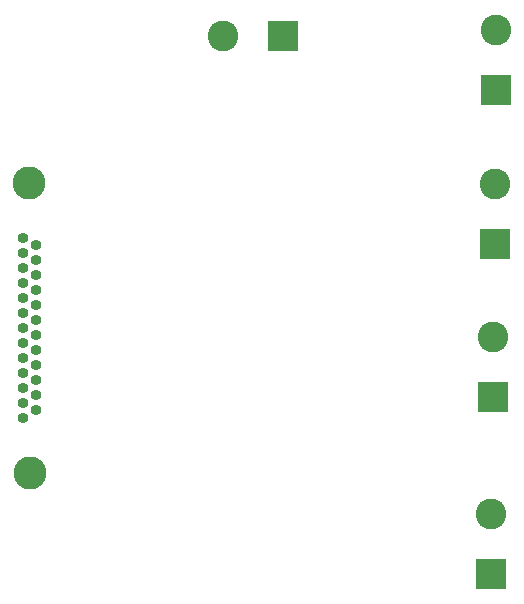
<source format=gbr>
%TF.GenerationSoftware,KiCad,Pcbnew,7.0.5*%
%TF.CreationDate,2024-03-11T15:50:26-06:00*%
%TF.ProjectId,micro-d-tes-aaray,6d696372-6f2d-4642-9d74-65732d616172,rev?*%
%TF.SameCoordinates,Original*%
%TF.FileFunction,Soldermask,Bot*%
%TF.FilePolarity,Negative*%
%FSLAX46Y46*%
G04 Gerber Fmt 4.6, Leading zero omitted, Abs format (unit mm)*
G04 Created by KiCad (PCBNEW 7.0.5) date 2024-03-11 15:50:26*
%MOMM*%
%LPD*%
G01*
G04 APERTURE LIST*
%ADD10R,2.600000X2.600000*%
%ADD11C,2.600000*%
%ADD12O,0.920000X0.920000*%
%ADD13C,2.800000*%
G04 APERTURE END LIST*
D10*
%TO.C,J2*%
X62135000Y-26335000D03*
D11*
X62135000Y-21255000D03*
%TD*%
D10*
%TO.C,J4*%
X61855000Y-52335000D03*
D11*
X61855000Y-47255000D03*
%TD*%
D10*
%TO.C,J3*%
X61995000Y-39335000D03*
D11*
X61995000Y-34255000D03*
%TD*%
D10*
%TO.C,J1*%
X44035000Y-21775000D03*
D11*
X38955000Y-21775000D03*
%TD*%
D10*
%TO.C,J5*%
X61715000Y-67335000D03*
D11*
X61715000Y-62255000D03*
%TD*%
D12*
%TO.C,J26*%
X22075500Y-38830000D03*
X22075500Y-40100000D03*
X22075500Y-41370000D03*
X22075500Y-42640000D03*
X22075500Y-43910000D03*
X22075500Y-45180000D03*
X22075500Y-46450000D03*
X22075500Y-47720000D03*
X22075500Y-48990000D03*
X22075500Y-50260000D03*
X22075500Y-51530000D03*
X22075500Y-52800000D03*
X22075500Y-54070000D03*
X23175500Y-39465000D03*
X23175500Y-40735000D03*
X23175500Y-42005000D03*
X23175500Y-43275000D03*
X23175500Y-44545000D03*
X23175500Y-45815000D03*
X23175500Y-47085000D03*
X23175500Y-48355000D03*
X23175500Y-49625000D03*
X23175500Y-50895000D03*
X23175500Y-52165000D03*
X23175500Y-53435000D03*
D13*
X22565500Y-34175000D03*
X22625500Y-58725000D03*
%TD*%
M02*

</source>
